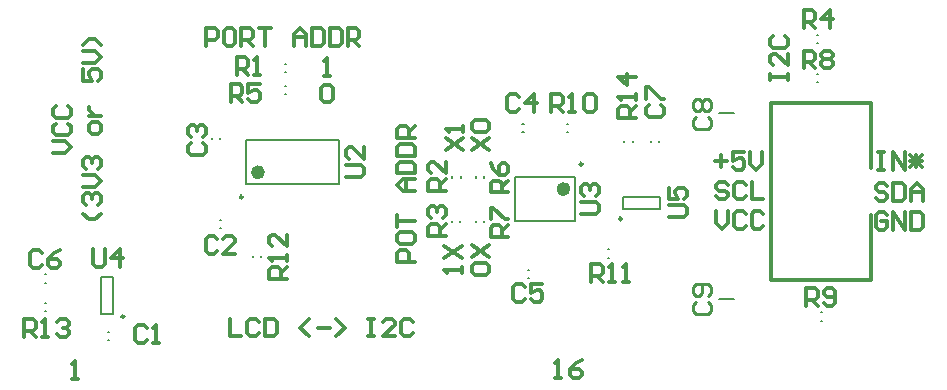
<source format=gto>
G04 Layer_Color=65535*
%FSLAX25Y25*%
%MOIN*%
G70*
G01*
G75*
%ADD20C,0.02362*%
%ADD30C,0.00984*%
%ADD31C,0.00787*%
%ADD32C,0.01181*%
%ADD33C,0.01000*%
D20*
X189272Y70374D02*
G03*
X189272Y70374I-1181J0D01*
G01*
X87402Y75984D02*
G03*
X87402Y75984I-1181J0D01*
G01*
D30*
X207579Y60433D02*
G03*
X207579Y60433I-492J0D01*
G01*
X194488Y78642D02*
G03*
X194488Y78642I-492J0D01*
G01*
X81201Y67716D02*
G03*
X81201Y67716I-492J0D01*
G01*
X41685Y27905D02*
G03*
X41685Y27905I-492J0D01*
G01*
D31*
X239961Y33858D02*
X245079D01*
X239961Y95669D02*
X245079D01*
X272650Y121882D02*
X273043D01*
X272650Y119126D02*
X273043D01*
X272626Y106071D02*
X273020D01*
X272626Y108827D02*
X273020D01*
X273807Y26543D02*
X274201D01*
X273807Y29299D02*
X274201D01*
X219913Y86012D02*
Y86405D01*
X217158Y86012D02*
Y86405D01*
X208433Y86036D02*
Y86429D01*
X211189Y86036D02*
Y86429D01*
X208071Y63780D02*
Y67717D01*
X220276Y63780D02*
Y67717D01*
X208071Y63780D02*
X220276D01*
X208071Y67717D02*
X220276D01*
X150953Y59264D02*
Y59657D01*
X153709Y59264D02*
Y59657D01*
X161646Y59240D02*
Y59634D01*
X158890Y59240D02*
Y59634D01*
X153772Y74201D02*
Y74594D01*
X151016Y74201D02*
Y74594D01*
X158827Y74225D02*
Y74618D01*
X161583Y74225D02*
Y74618D01*
X202965Y50228D02*
X203358D01*
X202965Y47473D02*
X203358D01*
X176193Y43535D02*
X176587D01*
X176193Y40780D02*
X176587D01*
X95189Y104854D02*
X95583D01*
X95189Y102099D02*
X95583D01*
X95165Y109417D02*
X95559D01*
X95165Y112173D02*
X95559D01*
X70835Y87020D02*
Y87413D01*
X73590Y87020D02*
Y87413D01*
X73535Y60071D02*
X73929D01*
X73535Y57315D02*
X73929D01*
X84614Y47649D02*
Y48043D01*
X87370Y47649D02*
Y48043D01*
X171949Y74311D02*
X192028D01*
X171949Y59744D02*
X192028D01*
Y74311D01*
X171949Y59744D02*
Y74311D01*
X113386Y72047D02*
Y86614D01*
X82284Y72047D02*
Y86614D01*
X113386D01*
X82284Y72047D02*
X113386D01*
X174421Y92059D02*
X174815D01*
X174421Y89303D02*
X174815D01*
X189162Y89240D02*
X189555D01*
X189162Y91996D02*
X189555D01*
X36169Y20083D02*
X36563D01*
X36169Y22839D02*
X36563D01*
X33910Y28890D02*
X37847D01*
X33910Y41094D02*
X37847D01*
Y28890D02*
Y41094D01*
X33910Y28890D02*
Y41094D01*
X15169Y29583D02*
X15563D01*
X15169Y32339D02*
X15563D01*
X15193Y41901D02*
X15586D01*
X15193Y39146D02*
X15586D01*
D32*
X257185Y99016D02*
X290650D01*
X257185Y39961D02*
X290650D01*
X257185D02*
Y99016D01*
X290650Y39961D02*
Y61614D01*
Y77362D02*
Y99016D01*
X18036Y82375D02*
X21971D01*
X23939Y84343D01*
X21971Y86310D01*
X18036D01*
X19020Y92214D02*
X18036Y91230D01*
Y89262D01*
X19020Y88278D01*
X22955D01*
X23939Y89262D01*
Y91230D01*
X22955Y92214D01*
X19020Y98118D02*
X18036Y97134D01*
Y95166D01*
X19020Y94182D01*
X22955D01*
X23939Y95166D01*
Y97134D01*
X22955Y98118D01*
X33858Y62204D02*
X31890Y60236D01*
X29923D01*
X27955Y62204D01*
X28939Y65156D02*
X27955Y66140D01*
Y68108D01*
X28939Y69092D01*
X29923D01*
X30907Y68108D01*
Y67124D01*
Y68108D01*
X31890Y69092D01*
X32874D01*
X33858Y68108D01*
Y66140D01*
X32874Y65156D01*
X27955Y71060D02*
X31890D01*
X33858Y73027D01*
X31890Y74995D01*
X27955D01*
X28939Y76963D02*
X27955Y77947D01*
Y79915D01*
X28939Y80899D01*
X29923D01*
X30907Y79915D01*
Y78931D01*
Y79915D01*
X31890Y80899D01*
X32874D01*
X33858Y79915D01*
Y77947D01*
X32874Y76963D01*
X33858Y89754D02*
Y91722D01*
X32874Y92706D01*
X30907D01*
X29923Y91722D01*
Y89754D01*
X30907Y88770D01*
X32874D01*
X33858Y89754D01*
X29923Y94674D02*
X33858D01*
X31890D01*
X30907Y95658D01*
X29923Y96642D01*
Y97626D01*
X27955Y110417D02*
Y106481D01*
X30907D01*
X29923Y108449D01*
Y109433D01*
X30907Y110417D01*
X32874D01*
X33858Y109433D01*
Y107465D01*
X32874Y106481D01*
X27955Y112385D02*
X31890D01*
X33858Y114353D01*
X31890Y116320D01*
X27955D01*
X33858Y118288D02*
X31890Y120256D01*
X29923D01*
X27955Y118288D01*
X107379Y104171D02*
X108363Y105154D01*
X110331D01*
X111315Y104171D01*
Y100235D01*
X110331Y99251D01*
X108363D01*
X107379Y100235D01*
Y104171D01*
X108363Y108109D02*
X110331D01*
X109347D01*
Y114013D01*
X108363Y113029D01*
X185433Y7480D02*
X187401D01*
X186417D01*
Y13384D01*
X185433Y12400D01*
X194289Y13384D02*
X192321Y12400D01*
X190353Y10432D01*
Y8464D01*
X191337Y7480D01*
X193305D01*
X194289Y8464D01*
Y9448D01*
X193305Y10432D01*
X190353D01*
X24409Y7087D02*
X26377D01*
X25393D01*
Y12990D01*
X24409Y12006D01*
X76772Y27163D02*
Y21260D01*
X80707D01*
X86611Y26180D02*
X85627Y27163D01*
X83659D01*
X82675Y26180D01*
Y22244D01*
X83659Y21260D01*
X85627D01*
X86611Y22244D01*
X88579Y27163D02*
Y21260D01*
X91531D01*
X92515Y22244D01*
Y26180D01*
X91531Y27163D01*
X88579D01*
X103338Y21260D02*
X100386Y24212D01*
X103338Y27163D01*
X106290Y24212D02*
X110225D01*
X112193Y21260D02*
X115145Y24212D01*
X112193Y27163D01*
X123017D02*
X124984D01*
X124001D01*
Y21260D01*
X123017D01*
X124984D01*
X131872D02*
X127936D01*
X131872Y25196D01*
Y26180D01*
X130888Y27163D01*
X128920D01*
X127936Y26180D01*
X137776D02*
X136792Y27163D01*
X134824D01*
X133840Y26180D01*
Y22244D01*
X134824Y21260D01*
X136792D01*
X137776Y22244D01*
X296062Y61613D02*
X295078Y62596D01*
X293110D01*
X292126Y61613D01*
Y57677D01*
X293110Y56693D01*
X295078D01*
X296062Y57677D01*
Y59645D01*
X294094D01*
X298030Y56693D02*
Y62596D01*
X301965Y56693D01*
Y62596D01*
X303933D02*
Y56693D01*
X306885D01*
X307869Y57677D01*
Y61613D01*
X306885Y62596D01*
X303933D01*
X296062Y71455D02*
X295078Y72439D01*
X293110D01*
X292126Y71455D01*
Y70471D01*
X293110Y69487D01*
X295078D01*
X296062Y68503D01*
Y67519D01*
X295078Y66535D01*
X293110D01*
X292126Y67519D01*
X298030Y72439D02*
Y66535D01*
X300981D01*
X301965Y67519D01*
Y71455D01*
X300981Y72439D01*
X298030D01*
X303933Y66535D02*
Y70471D01*
X305901Y72439D01*
X307869Y70471D01*
Y66535D01*
Y69487D01*
X303933D01*
X292913Y82675D02*
X294881D01*
X293897D01*
Y76772D01*
X292913D01*
X294881D01*
X297833D02*
Y82675D01*
X301769Y76772D01*
Y82675D01*
X303737Y81691D02*
X307672Y77756D01*
X303737D02*
X307672Y81691D01*
X303737Y79724D02*
X307672D01*
X305704Y77756D02*
Y81691D01*
X238976Y62990D02*
Y59054D01*
X240944Y57087D01*
X242912Y59054D01*
Y62990D01*
X248816Y62006D02*
X247832Y62990D01*
X245864D01*
X244880Y62006D01*
Y58071D01*
X245864Y57087D01*
X247832D01*
X248816Y58071D01*
X254719Y62006D02*
X253735Y62990D01*
X251767D01*
X250784Y62006D01*
Y58071D01*
X251767Y57087D01*
X253735D01*
X254719Y58071D01*
X242912Y71849D02*
X241928Y72833D01*
X239960D01*
X238976Y71849D01*
Y70865D01*
X239960Y69881D01*
X241928D01*
X242912Y68897D01*
Y67913D01*
X241928Y66929D01*
X239960D01*
X238976Y67913D01*
X248816Y71849D02*
X247832Y72833D01*
X245864D01*
X244880Y71849D01*
Y67913D01*
X245864Y66929D01*
X247832D01*
X248816Y67913D01*
X250784Y72833D02*
Y66929D01*
X254719D01*
X238583Y79724D02*
X242518D01*
X240550Y81691D02*
Y77756D01*
X248422Y82675D02*
X244486D01*
Y79724D01*
X246454Y80707D01*
X247438D01*
X248422Y79724D01*
Y77756D01*
X247438Y76772D01*
X245470D01*
X244486Y77756D01*
X250390Y82675D02*
Y78740D01*
X252358Y76772D01*
X254326Y78740D01*
Y82675D01*
X257088Y106693D02*
Y108661D01*
Y107677D01*
X262992D01*
Y106693D01*
Y108661D01*
Y115548D02*
Y111613D01*
X259056Y115548D01*
X258072D01*
X257088Y114564D01*
Y112596D01*
X258072Y111613D01*
Y121452D02*
X257088Y120468D01*
Y118500D01*
X258072Y117516D01*
X262008D01*
X262992Y118500D01*
Y120468D01*
X262008Y121452D01*
X268110Y124016D02*
Y129919D01*
X271062D01*
X272046Y128935D01*
Y126968D01*
X271062Y125984D01*
X268110D01*
X270078D02*
X272046Y124016D01*
X276966D02*
Y129919D01*
X274014Y126968D01*
X277950D01*
X268110Y110630D02*
Y116534D01*
X271062D01*
X272046Y115550D01*
Y113582D01*
X271062Y112598D01*
X268110D01*
X270078D02*
X272046Y110630D01*
X274014Y115550D02*
X274998Y116534D01*
X276966D01*
X277950Y115550D01*
Y114566D01*
X276966Y113582D01*
X277950Y112598D01*
Y111614D01*
X276966Y110630D01*
X274998D01*
X274014Y111614D01*
Y112598D01*
X274998Y113582D01*
X274014Y114566D01*
Y115550D01*
X274998Y113582D02*
X276966D01*
X268898Y31496D02*
Y37400D01*
X271849D01*
X272833Y36416D01*
Y34448D01*
X271849Y33464D01*
X268898D01*
X270866D02*
X272833Y31496D01*
X274801Y32480D02*
X275785Y31496D01*
X277753D01*
X278737Y32480D01*
Y36416D01*
X277753Y37400D01*
X275785D01*
X274801Y36416D01*
Y35432D01*
X275785Y34448D01*
X278737D01*
X216734Y98424D02*
X215750Y97440D01*
Y95472D01*
X216734Y94488D01*
X220670D01*
X221654Y95472D01*
Y97440D01*
X220670Y98424D01*
X215750Y100392D02*
Y104327D01*
X216734D01*
X220670Y100392D01*
X221654D01*
X212205Y94095D02*
X206301D01*
Y97046D01*
X207285Y98030D01*
X209253D01*
X210237Y97046D01*
Y94095D01*
Y96062D02*
X212205Y98030D01*
Y99998D02*
Y101966D01*
Y100982D01*
X206301D01*
X207285Y99998D01*
X212205Y107870D02*
X206301D01*
X209253Y104918D01*
Y108853D01*
X223230Y61024D02*
X228150D01*
X229134Y62008D01*
Y63975D01*
X228150Y64959D01*
X223230D01*
Y70863D02*
Y66927D01*
X226182D01*
X225198Y68895D01*
Y69879D01*
X226182Y70863D01*
X228150D01*
X229134Y69879D01*
Y67911D01*
X228150Y66927D01*
X68898Y118110D02*
Y124014D01*
X71849D01*
X72833Y123030D01*
Y121062D01*
X71849Y120078D01*
X68898D01*
X77753Y124014D02*
X75785D01*
X74801Y123030D01*
Y119094D01*
X75785Y118110D01*
X77753D01*
X78737Y119094D01*
Y123030D01*
X77753Y124014D01*
X80705Y118110D02*
Y124014D01*
X83657D01*
X84641Y123030D01*
Y121062D01*
X83657Y120078D01*
X80705D01*
X82673D02*
X84641Y118110D01*
X86608Y124014D02*
X90544D01*
X88576D01*
Y118110D01*
X98416D02*
Y122046D01*
X100383Y124014D01*
X102351Y122046D01*
Y118110D01*
Y121062D01*
X98416D01*
X104319Y124014D02*
Y118110D01*
X107271D01*
X108255Y119094D01*
Y123030D01*
X107271Y124014D01*
X104319D01*
X110223D02*
Y118110D01*
X113175D01*
X114159Y119094D01*
Y123030D01*
X113175Y124014D01*
X110223D01*
X116126Y118110D02*
Y124014D01*
X119078D01*
X120062Y123030D01*
Y121062D01*
X119078Y120078D01*
X116126D01*
X118094D02*
X120062Y118110D01*
X158466Y41732D02*
X157482Y42716D01*
Y44684D01*
X158466Y45668D01*
X162402D01*
X163386Y44684D01*
Y42716D01*
X162402Y41732D01*
X158466D01*
X157482Y47636D02*
X163386Y51572D01*
X157482D02*
X163386Y47636D01*
X154331Y42520D02*
Y44488D01*
Y43504D01*
X148427D01*
X149411Y42520D01*
X148427Y47439D02*
X154331Y51375D01*
X148427D02*
X154331Y47439D01*
X157482Y83465D02*
X163386Y87400D01*
X157482D02*
X163386Y83465D01*
X158466Y89368D02*
X157482Y90352D01*
Y92320D01*
X158466Y93304D01*
X162402D01*
X163386Y92320D01*
Y90352D01*
X162402Y89368D01*
X158466D01*
X148821Y83465D02*
X154724Y87400D01*
X148821D02*
X154724Y83465D01*
Y89368D02*
Y91336D01*
Y90352D01*
X148821D01*
X149805Y89368D01*
X138583Y46063D02*
X132679D01*
Y49015D01*
X133663Y49999D01*
X135631D01*
X136615Y49015D01*
Y46063D01*
X132679Y54918D02*
Y52951D01*
X133663Y51967D01*
X137599D01*
X138583Y52951D01*
Y54918D01*
X137599Y55902D01*
X133663D01*
X132679Y54918D01*
Y57870D02*
Y61806D01*
Y59838D01*
X138583D01*
Y69677D02*
X134647D01*
X132679Y71645D01*
X134647Y73613D01*
X138583D01*
X135631D01*
Y69677D01*
X132679Y75581D02*
X138583D01*
Y78533D01*
X137599Y79517D01*
X133663D01*
X132679Y78533D01*
Y75581D01*
Y81485D02*
X138583D01*
Y84436D01*
X137599Y85420D01*
X133663D01*
X132679Y84436D01*
Y81485D01*
X138583Y87388D02*
X132679D01*
Y90340D01*
X133663Y91324D01*
X135631D01*
X136615Y90340D01*
Y87388D01*
Y89356D02*
X138583Y91324D01*
X148819Y54724D02*
X142915D01*
Y57676D01*
X143899Y58660D01*
X145867D01*
X146851Y57676D01*
Y54724D01*
Y56692D02*
X148819Y58660D01*
X143899Y60628D02*
X142915Y61612D01*
Y63580D01*
X143899Y64564D01*
X144883D01*
X145867Y63580D01*
Y62596D01*
Y63580D01*
X146851Y64564D01*
X147835D01*
X148819Y63580D01*
Y61612D01*
X147835Y60628D01*
X169685Y54331D02*
X163781D01*
Y57283D01*
X164765Y58266D01*
X166733D01*
X167717Y57283D01*
Y54331D01*
Y56299D02*
X169685Y58266D01*
X163781Y60234D02*
Y64170D01*
X164765D01*
X168701Y60234D01*
X169685D01*
X148819Y69685D02*
X142915D01*
Y72637D01*
X143899Y73621D01*
X145867D01*
X146851Y72637D01*
Y69685D01*
Y71653D02*
X148819Y73621D01*
Y79524D02*
Y75589D01*
X144883Y79524D01*
X143899D01*
X142915Y78540D01*
Y76573D01*
X143899Y75589D01*
X169685Y69291D02*
X163781D01*
Y72243D01*
X164765Y73227D01*
X166733D01*
X167717Y72243D01*
Y69291D01*
Y71259D02*
X169685Y73227D01*
X163781Y79131D02*
X164765Y77163D01*
X166733Y75195D01*
X168701D01*
X169685Y76179D01*
Y78147D01*
X168701Y79131D01*
X167717D01*
X166733Y78147D01*
Y75195D01*
X197244Y39370D02*
Y45274D01*
X200196D01*
X201180Y44290D01*
Y42322D01*
X200196Y41338D01*
X197244D01*
X199212D02*
X201180Y39370D01*
X203148D02*
X205116D01*
X204132D01*
Y45274D01*
X203148Y44290D01*
X208067Y39370D02*
X210035D01*
X209051D01*
Y45274D01*
X208067Y44290D01*
X175196Y37597D02*
X174212Y38581D01*
X172244D01*
X171260Y37597D01*
Y33661D01*
X172244Y32677D01*
X174212D01*
X175196Y33661D01*
X181099Y38581D02*
X177163D01*
Y35629D01*
X179131Y36613D01*
X180115D01*
X181099Y35629D01*
Y33661D01*
X180115Y32677D01*
X178147D01*
X177163Y33661D01*
X77165Y99508D02*
Y105412D01*
X80117D01*
X81101Y104428D01*
Y102460D01*
X80117Y101476D01*
X77165D01*
X79133D02*
X81101Y99508D01*
X87005Y105412D02*
X83069D01*
Y102460D01*
X85037Y103444D01*
X86021D01*
X87005Y102460D01*
Y100492D01*
X86021Y99508D01*
X84053D01*
X83069Y100492D01*
X79134Y108366D02*
Y114270D01*
X82086D01*
X83070Y113286D01*
Y111318D01*
X82086Y110334D01*
X79134D01*
X81102D02*
X83070Y108366D01*
X85037D02*
X87005D01*
X86021D01*
Y114270D01*
X85037Y113286D01*
X63880Y85727D02*
X62896Y84743D01*
Y82775D01*
X63880Y81791D01*
X67815D01*
X68799Y82775D01*
Y84743D01*
X67815Y85727D01*
X63880Y87695D02*
X62896Y88679D01*
Y90647D01*
X63880Y91631D01*
X64864D01*
X65847Y90647D01*
Y89663D01*
Y90647D01*
X66831Y91631D01*
X67815D01*
X68799Y90647D01*
Y88679D01*
X67815Y87695D01*
X49314Y23912D02*
X48330Y24896D01*
X46362D01*
X45378Y23912D01*
Y19976D01*
X46362Y18992D01*
X48330D01*
X49314Y19976D01*
X51282Y18992D02*
X53249D01*
X52266D01*
Y24896D01*
X51282Y23912D01*
X72735Y53739D02*
X71751Y54722D01*
X69783D01*
X68799Y53739D01*
Y49803D01*
X69783Y48819D01*
X71751D01*
X72735Y49803D01*
X78638Y48819D02*
X74703D01*
X78638Y52755D01*
Y53739D01*
X77655Y54722D01*
X75687D01*
X74703Y53739D01*
X173214Y101012D02*
X172230Y101996D01*
X170262D01*
X169278Y101012D01*
Y97076D01*
X170262Y96092D01*
X172230D01*
X173214Y97076D01*
X178133Y96092D02*
Y101996D01*
X175181Y99044D01*
X179117D01*
X14314Y48912D02*
X13330Y49896D01*
X11362D01*
X10378Y48912D01*
Y44976D01*
X11362Y43992D01*
X13330D01*
X14314Y44976D01*
X20217Y49896D02*
X18249Y48912D01*
X16282Y46944D01*
Y44976D01*
X17266Y43992D01*
X19233D01*
X20217Y44976D01*
Y45960D01*
X19233Y46944D01*
X16282D01*
X184078Y96092D02*
Y101996D01*
X187030D01*
X188014Y101012D01*
Y99044D01*
X187030Y98060D01*
X184078D01*
X186046D02*
X188014Y96092D01*
X189981D02*
X191949D01*
X190965D01*
Y101996D01*
X189981Y101012D01*
X194901D02*
X195885Y101996D01*
X197853D01*
X198837Y101012D01*
Y97076D01*
X197853Y96092D01*
X195885D01*
X194901Y97076D01*
Y101012D01*
X95866Y40453D02*
X89963D01*
Y43405D01*
X90947Y44388D01*
X92914D01*
X93898Y43405D01*
Y40453D01*
Y42421D02*
X95866Y44388D01*
Y46356D02*
Y48324D01*
Y47340D01*
X89963D01*
X90947Y46356D01*
X95866Y55212D02*
Y51276D01*
X91930Y55212D01*
X90947D01*
X89963Y54228D01*
Y52260D01*
X90947Y51276D01*
X8378Y20992D02*
Y26896D01*
X11330D01*
X12314Y25912D01*
Y23944D01*
X11330Y22960D01*
X8378D01*
X10346D02*
X12314Y20992D01*
X14281D02*
X16249D01*
X15266D01*
Y26896D01*
X14281Y25912D01*
X19201D02*
X20185Y26896D01*
X22153D01*
X23137Y25912D01*
Y24928D01*
X22153Y23944D01*
X21169D01*
X22153D01*
X23137Y22960D01*
Y21976D01*
X22153Y20992D01*
X20185D01*
X19201Y21976D01*
X115750Y74410D02*
X120670D01*
X121653Y75393D01*
Y77361D01*
X120670Y78345D01*
X115750D01*
X121653Y84249D02*
Y80313D01*
X117718Y84249D01*
X116734D01*
X115750Y83265D01*
Y81297D01*
X116734Y80313D01*
X194096Y62205D02*
X199016D01*
X200000Y63189D01*
Y65157D01*
X199016Y66141D01*
X194096D01*
X195080Y68108D02*
X194096Y69092D01*
Y71060D01*
X195080Y72044D01*
X196064D01*
X197048Y71060D01*
Y70076D01*
Y71060D01*
X198032Y72044D01*
X199016D01*
X200000Y71060D01*
Y69092D01*
X199016Y68108D01*
X31378Y50396D02*
Y45476D01*
X32362Y44492D01*
X34330D01*
X35314Y45476D01*
Y50396D01*
X40233Y44492D02*
Y50396D01*
X37282Y47444D01*
X41217D01*
D33*
X232403Y32739D02*
X231403Y31739D01*
Y29740D01*
X232403Y28740D01*
X236402D01*
X237402Y29740D01*
Y31739D01*
X236402Y32739D01*
Y34738D02*
X237402Y35738D01*
Y37737D01*
X236402Y38737D01*
X232403D01*
X231403Y37737D01*
Y35738D01*
X232403Y34738D01*
X233403D01*
X234402Y35738D01*
Y38737D01*
X232403Y94550D02*
X231403Y93550D01*
Y91551D01*
X232403Y90551D01*
X236402D01*
X237402Y91551D01*
Y93550D01*
X236402Y94550D01*
X232403Y96549D02*
X231403Y97549D01*
Y99548D01*
X232403Y100548D01*
X233403D01*
X234402Y99548D01*
X235402Y100548D01*
X236402D01*
X237402Y99548D01*
Y97549D01*
X236402Y96549D01*
X235402D01*
X234402Y97549D01*
X233403Y96549D01*
X232403D01*
X234402Y97549D02*
Y99548D01*
M02*

</source>
